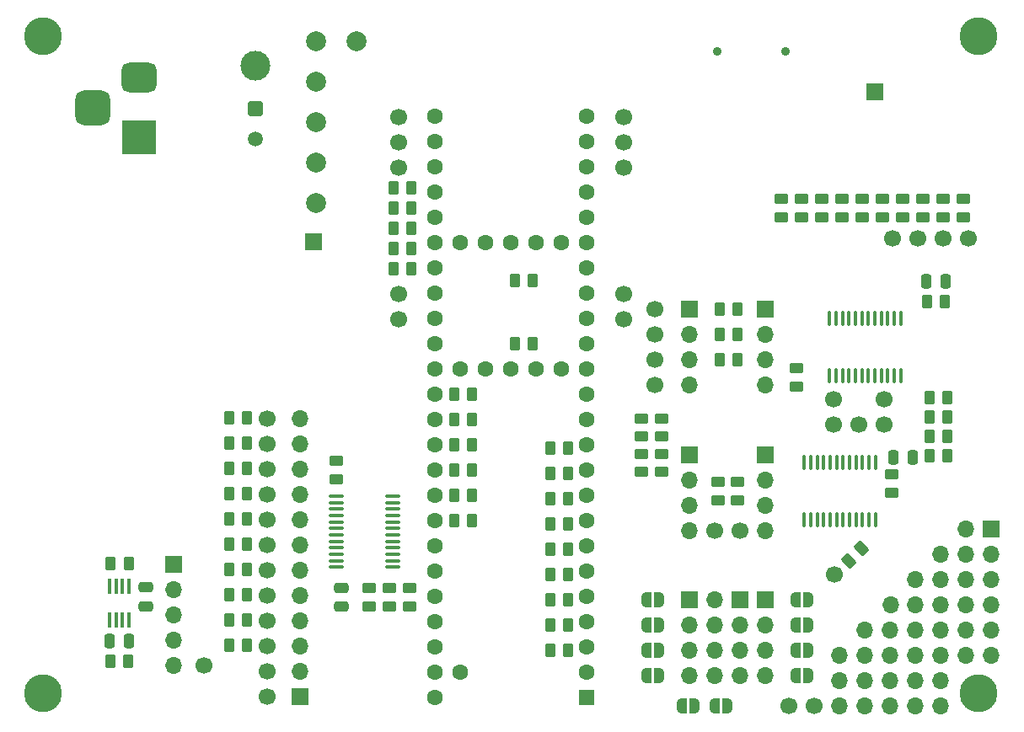
<source format=gbr>
%TF.GenerationSoftware,KiCad,Pcbnew,6.0.2+dfsg-1*%
%TF.CreationDate,2023-06-29T12:19:07-06:00*%
%TF.ProjectId,SpectDroneControl,53706563-7444-4726-9f6e-65436f6e7472,rev?*%
%TF.SameCoordinates,PXbc941f8PY5f519c8*%
%TF.FileFunction,Soldermask,Bot*%
%TF.FilePolarity,Negative*%
%FSLAX46Y46*%
G04 Gerber Fmt 4.6, Leading zero omitted, Abs format (unit mm)*
G04 Created by KiCad (PCBNEW 6.0.2+dfsg-1) date 2023-06-29 12:19:07*
%MOMM*%
%LPD*%
G01*
G04 APERTURE LIST*
G04 Aperture macros list*
%AMRoundRect*
0 Rectangle with rounded corners*
0 $1 Rounding radius*
0 $2 $3 $4 $5 $6 $7 $8 $9 X,Y pos of 4 corners*
0 Add a 4 corners polygon primitive as box body*
4,1,4,$2,$3,$4,$5,$6,$7,$8,$9,$2,$3,0*
0 Add four circle primitives for the rounded corners*
1,1,$1+$1,$2,$3*
1,1,$1+$1,$4,$5*
1,1,$1+$1,$6,$7*
1,1,$1+$1,$8,$9*
0 Add four rect primitives between the rounded corners*
20,1,$1+$1,$2,$3,$4,$5,0*
20,1,$1+$1,$4,$5,$6,$7,0*
20,1,$1+$1,$6,$7,$8,$9,0*
20,1,$1+$1,$8,$9,$2,$3,0*%
%AMFreePoly0*
4,1,22,0.500000,-0.750000,0.000000,-0.750000,0.000000,-0.745033,-0.079941,-0.743568,-0.215256,-0.701293,-0.333266,-0.622738,-0.424486,-0.514219,-0.481581,-0.384460,-0.499164,-0.250000,-0.500000,-0.250000,-0.500000,0.250000,-0.499164,0.250000,-0.499963,0.256109,-0.478152,0.396186,-0.417904,0.524511,-0.324060,0.630769,-0.204165,0.706417,-0.067858,0.745374,0.000000,0.744959,0.000000,0.750000,
0.500000,0.750000,0.500000,-0.750000,0.500000,-0.750000,$1*%
%AMFreePoly1*
4,1,20,0.000000,0.744959,0.073905,0.744508,0.209726,0.703889,0.328688,0.626782,0.421226,0.519385,0.479903,0.390333,0.500000,0.250000,0.500000,-0.250000,0.499851,-0.262216,0.476331,-0.402017,0.414519,-0.529596,0.319384,-0.634700,0.198574,-0.708877,0.061801,-0.746166,0.000000,-0.745033,0.000000,-0.750000,-0.500000,-0.750000,-0.500000,0.750000,0.000000,0.750000,0.000000,0.744959,
0.000000,0.744959,$1*%
G04 Aperture macros list end*
%ADD10R,3.500000X3.500000*%
%ADD11RoundRect,0.750000X-1.000000X0.750000X-1.000000X-0.750000X1.000000X-0.750000X1.000000X0.750000X0*%
%ADD12RoundRect,0.875000X-0.875000X0.875000X-0.875000X-0.875000X0.875000X-0.875000X0.875000X0.875000X0*%
%ADD13C,1.700000*%
%ADD14C,1.600000*%
%ADD15R,1.600000X1.600000*%
%ADD16C,2.000000*%
%ADD17C,3.800000*%
%ADD18C,2.600000*%
%ADD19R,1.700000X1.700000*%
%ADD20O,1.700000X1.700000*%
%ADD21C,3.000000*%
%ADD22RoundRect,0.250001X-0.499999X-0.499999X0.499999X-0.499999X0.499999X0.499999X-0.499999X0.499999X0*%
%ADD23C,1.500000*%
%ADD24C,0.900000*%
%ADD25RoundRect,0.250000X0.450000X-0.262500X0.450000X0.262500X-0.450000X0.262500X-0.450000X-0.262500X0*%
%ADD26RoundRect,0.250000X-0.450000X0.262500X-0.450000X-0.262500X0.450000X-0.262500X0.450000X0.262500X0*%
%ADD27RoundRect,0.250000X-0.262500X-0.450000X0.262500X-0.450000X0.262500X0.450000X-0.262500X0.450000X0*%
%ADD28FreePoly0,180.000000*%
%ADD29FreePoly1,180.000000*%
%ADD30RoundRect,0.250000X0.262500X0.450000X-0.262500X0.450000X-0.262500X-0.450000X0.262500X-0.450000X0*%
%ADD31RoundRect,0.250000X0.250000X0.475000X-0.250000X0.475000X-0.250000X-0.475000X0.250000X-0.475000X0*%
%ADD32RoundRect,0.250000X0.475000X-0.250000X0.475000X0.250000X-0.475000X0.250000X-0.475000X-0.250000X0*%
%ADD33R,0.300000X1.600000*%
%ADD34FreePoly0,0.000000*%
%ADD35FreePoly1,0.000000*%
%ADD36RoundRect,0.250000X-0.475000X0.250000X-0.475000X-0.250000X0.475000X-0.250000X0.475000X0.250000X0*%
%ADD37RoundRect,0.250000X0.132583X-0.503814X0.503814X-0.132583X-0.132583X0.503814X-0.503814X0.132583X0*%
%ADD38RoundRect,0.100000X0.100000X-0.637500X0.100000X0.637500X-0.100000X0.637500X-0.100000X-0.637500X0*%
%ADD39RoundRect,0.100000X0.637500X0.100000X-0.637500X0.100000X-0.637500X-0.100000X0.637500X-0.100000X0*%
G04 APERTURE END LIST*
D10*
%TO.C,JDC1*%
X-84328000Y22860000D03*
D11*
X-84328000Y28860000D03*
D12*
X-89028000Y25860000D03*
%TD*%
D13*
%TO.C,JSCK1*%
X-71501000Y-25716000D03*
%TD*%
%TO.C,JPPS1*%
X-58293000Y7162800D03*
%TD*%
%TO.C,JCAN_{H}1*%
X-26542446Y-16636000D03*
%TD*%
%TO.C,JSCL1*%
X-71501000Y-20636000D03*
%TD*%
%TO.C,JPD1*%
X-32512000Y5588000D03*
%TD*%
%TO.C,JCAN_{L}1*%
X-24002446Y-16636000D03*
%TD*%
%TO.C,JCRX3*%
X-35687000Y19862800D03*
%TD*%
D14*
%TO.C,U1*%
X-41910000Y-420000D03*
X-44450000Y-420000D03*
X-46990000Y-420000D03*
X-49530000Y-420000D03*
X-52070000Y-420000D03*
D15*
X-39370000Y-33440000D03*
D14*
X-39370000Y-30900000D03*
X-39370000Y-28360000D03*
X-39370000Y-25820000D03*
X-39370000Y-23280000D03*
X-39370000Y-20740000D03*
X-39370000Y-18200000D03*
X-39370000Y-15660000D03*
X-39370000Y-13120000D03*
X-39370000Y-10580000D03*
X-39370000Y-8040000D03*
X-39370000Y-5500000D03*
X-39370000Y-2960000D03*
X-39370000Y-420000D03*
X-39370000Y2120000D03*
X-39370000Y4660000D03*
X-39370000Y7200000D03*
X-39370000Y9740000D03*
X-39370000Y12280000D03*
X-39370000Y14820000D03*
X-39370000Y17360000D03*
X-39370000Y19900000D03*
X-39370000Y22440000D03*
X-39370000Y24980000D03*
X-54610000Y24980000D03*
X-54610000Y22440000D03*
X-54610000Y19900000D03*
X-54610000Y17360000D03*
X-54610000Y14820000D03*
X-54610000Y12280000D03*
X-54610000Y9740000D03*
X-54610000Y7200000D03*
X-54610000Y4660000D03*
X-54610000Y2120000D03*
X-54610000Y-420000D03*
X-54610000Y-2960000D03*
X-54610000Y-5500000D03*
X-54610000Y-8040000D03*
X-54610000Y-10580000D03*
X-54610000Y-13120000D03*
X-54610000Y-15660000D03*
X-54610000Y-18200000D03*
X-54610000Y-20740000D03*
X-54610000Y-23280000D03*
X-54610000Y-25820000D03*
X-54610000Y-28360000D03*
X-54610000Y-30900000D03*
X-54610000Y-33440000D03*
X-52070000Y-30900000D03*
X-41910000Y12280000D03*
X-44450000Y12280000D03*
X-46990000Y12280000D03*
X-49530000Y12280000D03*
X-52070000Y12280000D03*
%TD*%
D13*
%TO.C,JTXSE1*%
X-71501000Y-5396000D03*
%TD*%
D16*
%TO.C,TP5*%
X-66548000Y20320000D03*
%TD*%
%TO.C,TP1*%
X-62484000Y32512000D03*
%TD*%
D13*
%TO.C,J3-3*%
X-9525000Y-5969000D03*
%TD*%
%TO.C,J3-5*%
X-14605000Y-3429000D03*
%TD*%
%TO.C,JCMT2*%
X-71501000Y-13016000D03*
%TD*%
%TO.C,JSR2*%
X-32512000Y-2032000D03*
%TD*%
%TO.C,JMISO1*%
X-71501000Y-23176000D03*
%TD*%
%TO.C,JSDA1*%
X-71501000Y-18096000D03*
%TD*%
%TO.C,J5-2*%
X-1016000Y12700000D03*
%TD*%
%TO.C,JTX8*%
X-58293000Y19862800D03*
%TD*%
%TO.C,J5-5*%
X-8636000Y12700000D03*
%TD*%
%TO.C,J5V1*%
X-71501000Y-33336000D03*
%TD*%
%TO.C,JGND1*%
X-71501000Y-30796000D03*
%TD*%
D17*
%TO.C,H2*%
X0Y33020000D03*
D18*
X0Y33020000D03*
%TD*%
D13*
%TO.C,J3-1*%
X-14477446Y-21082000D03*
%TD*%
%TO.C,JTX6*%
X-35687000Y4622800D03*
%TD*%
%TO.C,JAX2*%
X-58293000Y24942800D03*
%TD*%
D16*
%TO.C,TP6*%
X-66548000Y16256000D03*
%TD*%
D13*
%TO.C,J5-1*%
X-14605000Y-5969000D03*
%TD*%
%TO.C,J3-4*%
X-12065000Y-5969000D03*
%TD*%
D19*
%TO.C,J1*%
X-24002600Y-23622000D03*
D20*
X-24002600Y-26162000D03*
X-24002600Y-28702000D03*
X-24002600Y-31242000D03*
X-26502600Y-31242000D03*
X-26502600Y-28702000D03*
X-26502600Y-26162000D03*
X-26502600Y-23622000D03*
%TD*%
D16*
%TO.C,TP2*%
X-66548000Y32512000D03*
%TD*%
%TO.C,TP4*%
X-66548000Y24384000D03*
%TD*%
D13*
%TO.C,J3-2*%
X-9525000Y-3429000D03*
%TD*%
%TO.C,JPPS2*%
X-77825600Y-30175200D03*
%TD*%
D17*
%TO.C,H1*%
X0Y-33020000D03*
D18*
X0Y-33020000D03*
%TD*%
D13*
%TO.C,JRX6*%
X-35687000Y7162800D03*
%TD*%
%TO.C,JPD2*%
X-32512000Y508000D03*
%TD*%
D21*
%TO.C,JBAT1*%
X-72644000Y30050000D03*
D22*
X-72644000Y25730000D03*
D23*
X-72644000Y22730000D03*
%TD*%
D13*
%TO.C,JRX8*%
X-58293000Y22402800D03*
%TD*%
D18*
%TO.C,H3*%
X-93980000Y33020000D03*
D17*
X-93980000Y33020000D03*
%TD*%
D24*
%TO.C,SW1*%
X-26260000Y31496000D03*
X-19460000Y31496000D03*
%TD*%
D13*
%TO.C,J5-4*%
X-6096000Y12700000D03*
%TD*%
%TO.C,JCMR2*%
X-71501000Y-15556000D03*
%TD*%
%TO.C,JCMT1*%
X-71501000Y-7936000D03*
%TD*%
%TO.C,JCMR1*%
X-71501000Y-10476000D03*
%TD*%
D17*
%TO.C,H4*%
X-93980000Y-33020000D03*
D18*
X-93980000Y-33020000D03*
%TD*%
D13*
%TO.C,J5-3*%
X-3556000Y12700000D03*
%TD*%
D16*
%TO.C,TP3*%
X-66548000Y28448000D03*
%TD*%
D13*
%TO.C,JCTX3*%
X-35687000Y22402800D03*
%TD*%
%TO.C,JAX3*%
X-58293000Y4622800D03*
%TD*%
%TO.C,JSR1*%
X-32512000Y3048000D03*
%TD*%
%TO.C,JMOSI1*%
X-71501000Y-28256000D03*
%TD*%
%TO.C,JAX1*%
X-35687000Y24942800D03*
%TD*%
D25*
%TO.C,R55*%
X-15748000Y14835500D03*
X-15748000Y16660500D03*
%TD*%
D13*
%TO.C,JCS2*%
X-19050000Y-34290000D03*
%TD*%
D19*
%TO.C,JUT1*%
X-21462000Y-9015949D03*
D20*
X-21462000Y-11555949D03*
X-21462000Y-14095949D03*
X-21462000Y-16635949D03*
%TD*%
D25*
%TO.C,R47*%
X-33910000Y-10755000D03*
X-33910000Y-8930000D03*
%TD*%
D26*
%TO.C,R42*%
X-24257000Y-11787500D03*
X-24257000Y-13612500D03*
%TD*%
D27*
%TO.C,R21*%
X-4976500Y-3300949D03*
X-3151500Y-3300949D03*
%TD*%
D28*
%TO.C,JP7*%
X-17130000Y-26162000D03*
D29*
X-18430000Y-26162000D03*
%TD*%
D30*
%TO.C,R13*%
X-41251500Y-18542000D03*
X-43076500Y-18542000D03*
%TD*%
D26*
%TO.C,R36*%
X-59182000Y-22455500D03*
X-59182000Y-24280500D03*
%TD*%
D30*
%TO.C,R41*%
X-24233500Y5588000D03*
X-26058500Y5588000D03*
%TD*%
%TO.C,R64*%
X-73509500Y-20574000D03*
X-75334500Y-20574000D03*
%TD*%
D27*
%TO.C,R29*%
X-52728500Y-2921000D03*
X-50903500Y-2921000D03*
%TD*%
D30*
%TO.C,R61*%
X-73509500Y-12954000D03*
X-75334500Y-12954000D03*
%TD*%
D31*
%TO.C,C5*%
X-3368000Y8382000D03*
X-5268000Y8382000D03*
%TD*%
D30*
%TO.C,R40*%
X-24233500Y3048000D03*
X-26058500Y3048000D03*
%TD*%
D32*
%TO.C,C6*%
X-64008000Y-24318000D03*
X-64008000Y-22418000D03*
%TD*%
D19*
%TO.C,J2-1*%
X-29082446Y-23620949D03*
D20*
X-29082446Y-26160949D03*
X-29082446Y-28700949D03*
X-29082446Y-31240949D03*
%TD*%
D19*
%TO.C,JD1*%
X-21462000Y5589051D03*
D20*
X-21462000Y3049051D03*
X-21462000Y509051D03*
X-21462000Y-2030949D03*
%TD*%
D28*
%TO.C,JP6*%
X-17130000Y-28702000D03*
D29*
X-18430000Y-28702000D03*
%TD*%
D30*
%TO.C,R66*%
X-73509500Y-25654000D03*
X-75334500Y-25654000D03*
%TD*%
D19*
%TO.C,JCR1*%
X1270000Y-16510000D03*
D20*
X1270000Y-19050000D03*
X1270000Y-21590000D03*
X1270000Y-24130000D03*
X1270000Y-26670000D03*
X1270000Y-29210000D03*
X-1270000Y-16510000D03*
X-1270000Y-19050000D03*
X-1270000Y-21590000D03*
X-1270000Y-24130000D03*
X-1270000Y-26670000D03*
X-1270000Y-29210000D03*
X-3810000Y-19050000D03*
X-3810000Y-21590000D03*
X-3810000Y-24130000D03*
X-3810000Y-26670000D03*
X-3810000Y-29210000D03*
X-3810000Y-31750000D03*
X-3810000Y-34290000D03*
X-6350000Y-21590000D03*
X-6350000Y-24130000D03*
X-6350000Y-26670000D03*
X-6350000Y-29210000D03*
X-6350000Y-31750000D03*
X-6350000Y-34290000D03*
X-8864414Y-24122007D03*
X-8890000Y-26670000D03*
X-8890000Y-29210000D03*
X-8890000Y-31750000D03*
X-8890000Y-34290000D03*
X-11430000Y-26670000D03*
X-11430000Y-29210000D03*
X-11430000Y-31750000D03*
X-11430000Y-34290000D03*
X-13970000Y-29210000D03*
X-13970000Y-31750000D03*
X-13970000Y-34290000D03*
%TD*%
D30*
%TO.C,R9*%
X-41251500Y-28702000D03*
X-43076500Y-28702000D03*
%TD*%
D33*
%TO.C,U7*%
X-85385000Y-25652949D03*
X-86035000Y-25652949D03*
X-86685000Y-25652949D03*
X-87335000Y-25652949D03*
X-87335000Y-22252949D03*
X-86685000Y-22252949D03*
X-86035000Y-22252949D03*
X-85385000Y-22252949D03*
%TD*%
D31*
%TO.C,C4*%
X-6670000Y-9271000D03*
X-8570000Y-9271000D03*
%TD*%
D27*
%TO.C,R5*%
X-5230500Y6350000D03*
X-3405500Y6350000D03*
%TD*%
D30*
%TO.C,R23*%
X-56999500Y15748000D03*
X-58824500Y15748000D03*
%TD*%
D27*
%TO.C,R20*%
X-4976500Y-5232400D03*
X-3151500Y-5232400D03*
%TD*%
D25*
%TO.C,R50*%
X-5588000Y14835500D03*
X-5588000Y16660500D03*
%TD*%
D34*
%TO.C,JP2*%
X-33416000Y-26162000D03*
D35*
X-32116000Y-26162000D03*
%TD*%
D25*
%TO.C,R56*%
X-17780000Y14835500D03*
X-17780000Y16660500D03*
%TD*%
D30*
%TO.C,R12*%
X-41251500Y-21082000D03*
X-43076500Y-21082000D03*
%TD*%
D19*
%TO.C,JADC1*%
X-29082446Y5589051D03*
D20*
X-29082446Y3049051D03*
X-29082446Y509051D03*
X-29082446Y-2030949D03*
%TD*%
D27*
%TO.C,R30*%
X-52728500Y-5461000D03*
X-50903500Y-5461000D03*
%TD*%
D34*
%TO.C,JP1*%
X-33416000Y-23622000D03*
D35*
X-32116000Y-23622000D03*
%TD*%
D19*
%TO.C,JVIN1*%
X-10413000Y27432000D03*
%TD*%
D25*
%TO.C,R49*%
X-3556000Y14835500D03*
X-3556000Y16660500D03*
%TD*%
D30*
%TO.C,R67*%
X-73509500Y-28194000D03*
X-75334500Y-28194000D03*
%TD*%
%TO.C,R16*%
X-41251500Y-10922000D03*
X-43076500Y-10922000D03*
%TD*%
D34*
%TO.C,JP3*%
X-33416000Y-28702000D03*
D35*
X-32116000Y-28702000D03*
%TD*%
D34*
%TO.C,JP4*%
X-33416000Y-31242000D03*
D35*
X-32116000Y-31242000D03*
%TD*%
D36*
%TO.C,C7-2*%
X-83693000Y-22357000D03*
X-83693000Y-24257000D03*
%TD*%
D30*
%TO.C,R59*%
X-73509500Y-7874000D03*
X-75334500Y-7874000D03*
%TD*%
D25*
%TO.C,R51*%
X-7620000Y14835500D03*
X-7620000Y16660500D03*
%TD*%
D27*
%TO.C,R19*%
X-4976500Y-7162800D03*
X-3151500Y-7162800D03*
%TD*%
D25*
%TO.C,R38*%
X-18288000Y-2182500D03*
X-18288000Y-357500D03*
%TD*%
D30*
%TO.C,R58*%
X-73509500Y-5334000D03*
X-75334500Y-5334000D03*
%TD*%
D27*
%TO.C,R34*%
X-52728500Y-15621000D03*
X-50903500Y-15621000D03*
%TD*%
D30*
%TO.C,R7-1*%
X-85414862Y-19962049D03*
X-87239862Y-19962049D03*
%TD*%
D27*
%TO.C,R7-2*%
X-87255062Y-29817249D03*
X-85430062Y-29817249D03*
%TD*%
D30*
%TO.C,R25*%
X-56999500Y11684000D03*
X-58824500Y11684000D03*
%TD*%
D26*
%TO.C,R35*%
X-57150000Y-22455500D03*
X-57150000Y-24280500D03*
%TD*%
D28*
%TO.C,JP5*%
X-17130000Y-31242000D03*
D29*
X-18430000Y-31242000D03*
%TD*%
D26*
%TO.C,R4*%
X-8763000Y-11025500D03*
X-8763000Y-12850500D03*
%TD*%
D19*
%TO.C,J3V1*%
X-66799000Y12380000D03*
%TD*%
D26*
%TO.C,R43*%
X-26212800Y-11787500D03*
X-26212800Y-13612500D03*
%TD*%
D30*
%TO.C,R65*%
X-73509500Y-23114000D03*
X-75334500Y-23114000D03*
%TD*%
D26*
%TO.C,R37*%
X-61214000Y-22455500D03*
X-61214000Y-24280500D03*
%TD*%
D25*
%TO.C,R46*%
X-31878000Y-10755000D03*
X-31878000Y-8930000D03*
%TD*%
D30*
%TO.C,R27*%
X-44807500Y8509000D03*
X-46632500Y8509000D03*
%TD*%
D19*
%TO.C,JGPS1*%
X-80899000Y-20010000D03*
D20*
X-80899000Y-22550000D03*
X-80899000Y-25090000D03*
X-80899000Y-27630000D03*
X-80899000Y-30170000D03*
%TD*%
D25*
%TO.C,R57*%
X-19812000Y14835500D03*
X-19812000Y16660500D03*
%TD*%
D37*
%TO.C,R8*%
X-13090681Y-19694184D03*
X-11800211Y-18403714D03*
%TD*%
D30*
%TO.C,R24*%
X-56999500Y13716000D03*
X-58824500Y13716000D03*
%TD*%
D31*
%TO.C,C7-1*%
X-85392562Y-27786549D03*
X-87292562Y-27786549D03*
%TD*%
D30*
%TO.C,R60*%
X-73509500Y-10414000D03*
X-75334500Y-10414000D03*
%TD*%
%TO.C,R17*%
X-41251500Y-8382000D03*
X-43076500Y-8382000D03*
%TD*%
D19*
%TO.C,JAUX1*%
X-68198000Y-33336500D03*
D20*
X-68198000Y-30796500D03*
X-68198000Y-28256500D03*
X-68198000Y-25716500D03*
X-68198000Y-23176500D03*
X-68198000Y-20636500D03*
X-68198000Y-18096500D03*
X-68198000Y-15556500D03*
X-68198000Y-13016500D03*
X-68198000Y-10476500D03*
X-68198000Y-7936500D03*
X-68198000Y-5396500D03*
%TD*%
D19*
%TO.C,J2-2*%
X-21462000Y-23620949D03*
D20*
X-21462000Y-26160949D03*
X-21462000Y-28700949D03*
X-21462000Y-31240949D03*
%TD*%
D27*
%TO.C,R33*%
X-52728500Y-13081000D03*
X-50903500Y-13081000D03*
%TD*%
D25*
%TO.C,R48*%
X-1524000Y14835500D03*
X-1524000Y16660500D03*
%TD*%
D30*
%TO.C,R10*%
X-41251500Y-26162000D03*
X-43076500Y-26162000D03*
%TD*%
%TO.C,R28*%
X-44807500Y2108200D03*
X-46632500Y2108200D03*
%TD*%
%TO.C,R63*%
X-73509500Y-18034000D03*
X-75334500Y-18034000D03*
%TD*%
D38*
%TO.C,U4*%
X-10395000Y-15562500D03*
X-11045000Y-15562500D03*
X-11695000Y-15562500D03*
X-12345000Y-15562500D03*
X-12995000Y-15562500D03*
X-13645000Y-15562500D03*
X-14295000Y-15562500D03*
X-14945000Y-15562500D03*
X-15595000Y-15562500D03*
X-16245000Y-15562500D03*
X-16895000Y-15562500D03*
X-17545000Y-15562500D03*
X-17545000Y-9837500D03*
X-16895000Y-9837500D03*
X-16245000Y-9837500D03*
X-15595000Y-9837500D03*
X-14945000Y-9837500D03*
X-14295000Y-9837500D03*
X-13645000Y-9837500D03*
X-12995000Y-9837500D03*
X-12345000Y-9837500D03*
X-11695000Y-9837500D03*
X-11045000Y-9837500D03*
X-10395000Y-9837500D03*
%TD*%
D30*
%TO.C,R11*%
X-41251500Y-23622000D03*
X-43076500Y-23622000D03*
%TD*%
D28*
%TO.C,JP8*%
X-17130000Y-23622000D03*
D29*
X-18430000Y-23622000D03*
%TD*%
D34*
%TO.C,JP10*%
X-29860000Y-34290000D03*
D35*
X-28560000Y-34290000D03*
%TD*%
D13*
%TO.C,JCS3*%
X-16510000Y-34290000D03*
%TD*%
D25*
%TO.C,R6*%
X-64516000Y-11477000D03*
X-64516000Y-9652000D03*
%TD*%
D27*
%TO.C,R31*%
X-52728500Y-8001000D03*
X-50903500Y-8001000D03*
%TD*%
%TO.C,R18*%
X-4976500Y-9093200D03*
X-3151500Y-9093200D03*
%TD*%
D25*
%TO.C,R53*%
X-11684000Y14835500D03*
X-11684000Y16660500D03*
%TD*%
%TO.C,R54*%
X-13716000Y14835500D03*
X-13716000Y16660500D03*
%TD*%
D27*
%TO.C,R32*%
X-52728500Y-10541000D03*
X-50903500Y-10541000D03*
%TD*%
D30*
%TO.C,R26*%
X-56999500Y9652000D03*
X-58824500Y9652000D03*
%TD*%
%TO.C,R15*%
X-41251500Y-13462000D03*
X-43076500Y-13462000D03*
%TD*%
D34*
%TO.C,JP9*%
X-26558000Y-34290000D03*
D35*
X-25258000Y-34290000D03*
%TD*%
D19*
%TO.C,JAPC1*%
X-29082446Y-9015949D03*
D20*
X-29082446Y-11555949D03*
X-29082446Y-14095949D03*
X-29082446Y-16635949D03*
%TD*%
D30*
%TO.C,R14*%
X-41251500Y-16002000D03*
X-43076500Y-16002000D03*
%TD*%
%TO.C,R39*%
X-24233500Y508000D03*
X-26058500Y508000D03*
%TD*%
D26*
%TO.C,R44*%
X-33910000Y-5374000D03*
X-33910000Y-7199000D03*
%TD*%
D39*
%TO.C,U6*%
X-58859500Y-13189000D03*
X-58859500Y-13839000D03*
X-58859500Y-14489000D03*
X-58859500Y-15139000D03*
X-58859500Y-15789000D03*
X-58859500Y-16439000D03*
X-58859500Y-17089000D03*
X-58859500Y-17739000D03*
X-58859500Y-18389000D03*
X-58859500Y-19039000D03*
X-58859500Y-19689000D03*
X-58859500Y-20339000D03*
X-64584500Y-20339000D03*
X-64584500Y-19689000D03*
X-64584500Y-19039000D03*
X-64584500Y-18389000D03*
X-64584500Y-17739000D03*
X-64584500Y-17089000D03*
X-64584500Y-16439000D03*
X-64584500Y-15789000D03*
X-64584500Y-15139000D03*
X-64584500Y-14489000D03*
X-64584500Y-13839000D03*
X-64584500Y-13189000D03*
%TD*%
D30*
%TO.C,R22*%
X-56999500Y17780000D03*
X-58824500Y17780000D03*
%TD*%
D26*
%TO.C,R45*%
X-31878000Y-5374000D03*
X-31878000Y-7199000D03*
%TD*%
D38*
%TO.C,U5*%
X-7855000Y-1084500D03*
X-8505000Y-1084500D03*
X-9155000Y-1084500D03*
X-9805000Y-1084500D03*
X-10455000Y-1084500D03*
X-11105000Y-1084500D03*
X-11755000Y-1084500D03*
X-12405000Y-1084500D03*
X-13055000Y-1084500D03*
X-13705000Y-1084500D03*
X-14355000Y-1084500D03*
X-15005000Y-1084500D03*
X-15005000Y4640500D03*
X-14355000Y4640500D03*
X-13705000Y4640500D03*
X-13055000Y4640500D03*
X-12405000Y4640500D03*
X-11755000Y4640500D03*
X-11105000Y4640500D03*
X-10455000Y4640500D03*
X-9805000Y4640500D03*
X-9155000Y4640500D03*
X-8505000Y4640500D03*
X-7855000Y4640500D03*
%TD*%
D25*
%TO.C,R52*%
X-9652000Y14835500D03*
X-9652000Y16660500D03*
%TD*%
D30*
%TO.C,R62*%
X-73509500Y-15494000D03*
X-75334500Y-15494000D03*
%TD*%
M02*

</source>
